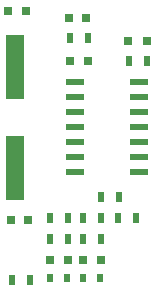
<source format=gbr>
G04 #@! TF.GenerationSoftware,KiCad,Pcbnew,(5.0.0-rc2-160-g7b73557)*
G04 #@! TF.CreationDate,2018-07-03T19:16:21+03:00*
G04 #@! TF.ProjectId,i2c-moist-sensor,6932632D6D6F6973742D73656E736F72,rev?*
G04 #@! TF.SameCoordinates,Original*
G04 #@! TF.FileFunction,Paste,Top*
G04 #@! TF.FilePolarity,Positive*
%FSLAX46Y46*%
G04 Gerber Fmt 4.6, Leading zero omitted, Abs format (unit mm)*
G04 Created by KiCad (PCBNEW (5.0.0-rc2-160-g7b73557)) date 2018 July 03, Tuesday 19:16:21*
%MOMM*%
%LPD*%
G01*
G04 APERTURE LIST*
%ADD10R,0.794000X0.794000*%
%ADD11R,1.494000X5.494000*%
%ADD12R,0.594000X0.694000*%
%ADD13R,0.794000X0.744000*%
%ADD14R,0.494000X0.894000*%
%ADD15R,1.494000X0.594000*%
G04 APERTURE END LIST*
D10*
G04 #@! TO.C,D3*
X98575000Y-36500000D03*
X100225000Y-36500000D03*
G04 #@! TD*
D11*
G04 #@! TO.C,X1*
X89000000Y-47250000D03*
X89000000Y-38750000D03*
G04 #@! TD*
D12*
G04 #@! TO.C,D2*
X96204000Y-56642000D03*
X94804000Y-56642000D03*
G04 #@! TD*
G04 #@! TO.C,D1*
X93410000Y-56642000D03*
X92010000Y-56642000D03*
G04 #@! TD*
D13*
G04 #@! TO.C,C1*
X88650000Y-51700000D03*
X90150000Y-51700000D03*
G04 #@! TD*
G04 #@! TO.C,C2*
X88450000Y-34000000D03*
X89950000Y-34000000D03*
G04 #@! TD*
G04 #@! TO.C,C3*
X93650000Y-38200000D03*
X95150000Y-38200000D03*
G04 #@! TD*
G04 #@! TO.C,C4*
X93460000Y-55118000D03*
X91960000Y-55118000D03*
G04 #@! TD*
G04 #@! TO.C,C5*
X94754000Y-55118000D03*
X96254000Y-55118000D03*
G04 #@! TD*
G04 #@! TO.C,C6*
X95050000Y-34600000D03*
X93550000Y-34600000D03*
G04 #@! TD*
D14*
G04 #@! TO.C,R1*
X95200000Y-36300000D03*
X93700000Y-36300000D03*
G04 #@! TD*
G04 #@! TO.C,R2*
X96278000Y-49784000D03*
X97778000Y-49784000D03*
G04 #@! TD*
G04 #@! TO.C,R4*
X88750000Y-56750000D03*
X90250000Y-56750000D03*
G04 #@! TD*
G04 #@! TO.C,R5*
X93460000Y-51562000D03*
X91960000Y-51562000D03*
G04 #@! TD*
G04 #@! TO.C,R6*
X94754000Y-51562000D03*
X96254000Y-51562000D03*
G04 #@! TD*
G04 #@! TO.C,R7*
X91960000Y-53340000D03*
X93460000Y-53340000D03*
G04 #@! TD*
G04 #@! TO.C,R8*
X96254000Y-53340000D03*
X94754000Y-53340000D03*
G04 #@! TD*
G04 #@! TO.C,R9*
X100200000Y-38200000D03*
X98700000Y-38200000D03*
G04 #@! TD*
G04 #@! TO.C,TH1*
X97750000Y-51500000D03*
X99250000Y-51500000D03*
G04 #@! TD*
D15*
G04 #@! TO.C,IC1*
X94100000Y-39990000D03*
X94100000Y-41260000D03*
X94100000Y-42530000D03*
X94100000Y-43800000D03*
X94100000Y-45070000D03*
X94100000Y-46340000D03*
X94100000Y-47610000D03*
X99500000Y-47610000D03*
X99500000Y-46340000D03*
X99500000Y-45070000D03*
X99500000Y-43800000D03*
X99500000Y-42530000D03*
X99500000Y-41260000D03*
X99500000Y-39990000D03*
G04 #@! TD*
M02*

</source>
